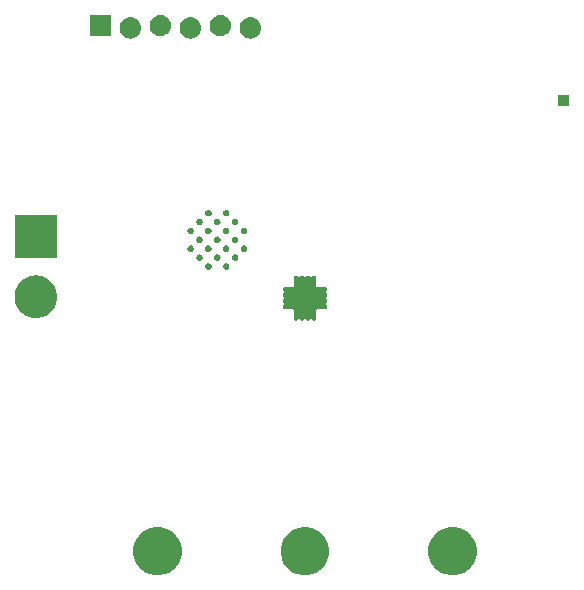
<source format=gbr>
G04 #@! TF.GenerationSoftware,KiCad,Pcbnew,(5.0.2)-1*
G04 #@! TF.CreationDate,2020-02-27T04:06:32+08:00*
G04 #@! TF.ProjectId,jointController,6a6f696e-7443-46f6-9e74-726f6c6c6572,rev?*
G04 #@! TF.SameCoordinates,Original*
G04 #@! TF.FileFunction,Soldermask,Bot*
G04 #@! TF.FilePolarity,Negative*
%FSLAX46Y46*%
G04 Gerber Fmt 4.6, Leading zero omitted, Abs format (unit mm)*
G04 Created by KiCad (PCBNEW (5.0.2)-1) date 2/27/2020 4:06:32 AM*
%MOMM*%
%LPD*%
G01*
G04 APERTURE LIST*
%ADD10C,0.100000*%
G04 APERTURE END LIST*
D10*
G36*
X136747220Y-116722942D02*
X137120523Y-116877569D01*
X137456492Y-117102056D01*
X137742201Y-117387765D01*
X137966688Y-117723734D01*
X138121315Y-118097037D01*
X138200143Y-118493332D01*
X138200143Y-118897396D01*
X138121315Y-119293691D01*
X137966688Y-119666994D01*
X137742201Y-120002963D01*
X137456492Y-120288672D01*
X137120523Y-120513159D01*
X136747220Y-120667786D01*
X136350925Y-120746614D01*
X135946861Y-120746614D01*
X135550566Y-120667786D01*
X135177263Y-120513159D01*
X134841294Y-120288672D01*
X134555585Y-120002963D01*
X134331098Y-119666994D01*
X134176471Y-119293691D01*
X134097643Y-118897396D01*
X134097643Y-118493332D01*
X134176471Y-118097037D01*
X134331098Y-117723734D01*
X134555585Y-117387765D01*
X134841294Y-117102056D01*
X135177263Y-116877569D01*
X135550566Y-116722942D01*
X135946861Y-116644114D01*
X136350925Y-116644114D01*
X136747220Y-116722942D01*
X136747220Y-116722942D01*
G37*
G36*
X149247220Y-116722942D02*
X149620523Y-116877569D01*
X149956492Y-117102056D01*
X150242201Y-117387765D01*
X150466688Y-117723734D01*
X150621315Y-118097037D01*
X150700143Y-118493332D01*
X150700143Y-118897396D01*
X150621315Y-119293691D01*
X150466688Y-119666994D01*
X150242201Y-120002963D01*
X149956492Y-120288672D01*
X149620523Y-120513159D01*
X149247220Y-120667786D01*
X148850925Y-120746614D01*
X148446861Y-120746614D01*
X148050566Y-120667786D01*
X147677263Y-120513159D01*
X147341294Y-120288672D01*
X147055585Y-120002963D01*
X146831098Y-119666994D01*
X146676471Y-119293691D01*
X146597643Y-118897396D01*
X146597643Y-118493332D01*
X146676471Y-118097037D01*
X146831098Y-117723734D01*
X147055585Y-117387765D01*
X147341294Y-117102056D01*
X147677263Y-116877569D01*
X148050566Y-116722942D01*
X148446861Y-116644114D01*
X148850925Y-116644114D01*
X149247220Y-116722942D01*
X149247220Y-116722942D01*
G37*
G36*
X161747220Y-116722942D02*
X162120523Y-116877569D01*
X162456492Y-117102056D01*
X162742201Y-117387765D01*
X162966688Y-117723734D01*
X163121315Y-118097037D01*
X163200143Y-118493332D01*
X163200143Y-118897396D01*
X163121315Y-119293691D01*
X162966688Y-119666994D01*
X162742201Y-120002963D01*
X162456492Y-120288672D01*
X162120523Y-120513159D01*
X161747220Y-120667786D01*
X161350925Y-120746614D01*
X160946861Y-120746614D01*
X160550566Y-120667786D01*
X160177263Y-120513159D01*
X159841294Y-120288672D01*
X159555585Y-120002963D01*
X159331098Y-119666994D01*
X159176471Y-119293691D01*
X159097643Y-118897396D01*
X159097643Y-118493332D01*
X159176471Y-118097037D01*
X159331098Y-117723734D01*
X159555585Y-117387765D01*
X159841294Y-117102056D01*
X160177263Y-116877569D01*
X160550566Y-116722942D01*
X160946861Y-116644114D01*
X161350925Y-116644114D01*
X161747220Y-116722942D01*
X161747220Y-116722942D01*
G37*
G36*
X149438293Y-95376962D02*
X149438296Y-95376963D01*
X149476184Y-95388456D01*
X149511103Y-95407120D01*
X149541709Y-95432238D01*
X149566827Y-95462844D01*
X149581450Y-95490202D01*
X149585490Y-95497761D01*
X149596985Y-95535654D01*
X149599893Y-95565181D01*
X149599893Y-96034927D01*
X149596985Y-96064454D01*
X149596984Y-96064456D01*
X149596984Y-96064457D01*
X149585491Y-96102345D01*
X149566827Y-96137264D01*
X149566825Y-96137266D01*
X149565295Y-96140129D01*
X149555918Y-96162768D01*
X149551137Y-96186801D01*
X149551137Y-96211306D01*
X149555917Y-96235339D01*
X149565295Y-96257978D01*
X149578908Y-96278353D01*
X149596235Y-96295680D01*
X149616255Y-96309057D01*
X149620959Y-96317858D01*
X149636505Y-96336800D01*
X149655447Y-96352346D01*
X149677058Y-96363897D01*
X149700507Y-96371010D01*
X149724893Y-96373412D01*
X149749279Y-96371010D01*
X149772728Y-96363897D01*
X149783818Y-96358652D01*
X149786681Y-96357122D01*
X149786683Y-96357120D01*
X149821602Y-96338456D01*
X149859490Y-96326963D01*
X149859493Y-96326962D01*
X149889020Y-96324054D01*
X150358766Y-96324054D01*
X150388293Y-96326962D01*
X150388296Y-96326963D01*
X150426184Y-96338456D01*
X150461103Y-96357120D01*
X150491709Y-96382238D01*
X150516827Y-96412844D01*
X150534359Y-96445644D01*
X150535490Y-96447761D01*
X150546985Y-96485654D01*
X150550865Y-96525054D01*
X150546985Y-96564454D01*
X150546984Y-96564457D01*
X150535491Y-96602345D01*
X150516827Y-96637264D01*
X150491709Y-96667870D01*
X150491707Y-96667872D01*
X150478845Y-96678427D01*
X150461518Y-96695754D01*
X150447904Y-96716128D01*
X150438526Y-96738767D01*
X150433745Y-96762800D01*
X150433745Y-96787305D01*
X150438525Y-96811338D01*
X150447902Y-96833977D01*
X150461516Y-96854352D01*
X150478843Y-96871679D01*
X150491709Y-96882238D01*
X150516827Y-96912844D01*
X150534359Y-96945644D01*
X150535490Y-96947761D01*
X150546985Y-96985654D01*
X150550865Y-97025054D01*
X150546985Y-97064454D01*
X150546984Y-97064457D01*
X150535491Y-97102345D01*
X150516827Y-97137264D01*
X150491709Y-97167870D01*
X150491707Y-97167872D01*
X150478845Y-97178427D01*
X150461518Y-97195754D01*
X150447904Y-97216128D01*
X150438526Y-97238767D01*
X150433745Y-97262800D01*
X150433745Y-97287305D01*
X150438525Y-97311338D01*
X150447902Y-97333977D01*
X150461516Y-97354352D01*
X150478843Y-97371679D01*
X150491709Y-97382238D01*
X150516827Y-97412844D01*
X150534359Y-97445644D01*
X150535490Y-97447761D01*
X150546985Y-97485654D01*
X150550865Y-97525054D01*
X150546985Y-97564454D01*
X150546984Y-97564457D01*
X150535491Y-97602345D01*
X150516827Y-97637264D01*
X150491709Y-97667870D01*
X150491707Y-97667872D01*
X150478845Y-97678427D01*
X150461518Y-97695754D01*
X150447904Y-97716128D01*
X150438526Y-97738767D01*
X150433745Y-97762800D01*
X150433745Y-97787305D01*
X150438525Y-97811338D01*
X150447902Y-97833977D01*
X150461516Y-97854352D01*
X150478843Y-97871679D01*
X150491709Y-97882238D01*
X150516827Y-97912844D01*
X150534359Y-97945644D01*
X150535490Y-97947761D01*
X150546985Y-97985654D01*
X150550865Y-98025054D01*
X150546985Y-98064454D01*
X150546984Y-98064457D01*
X150535491Y-98102345D01*
X150516827Y-98137264D01*
X150491709Y-98167870D01*
X150461103Y-98192988D01*
X150426184Y-98211652D01*
X150395348Y-98221006D01*
X150388293Y-98223146D01*
X150358766Y-98226054D01*
X149889020Y-98226054D01*
X149859493Y-98223146D01*
X149852438Y-98221006D01*
X149821602Y-98211652D01*
X149786683Y-98192988D01*
X149786681Y-98192986D01*
X149783818Y-98191456D01*
X149761179Y-98182079D01*
X149737146Y-98177298D01*
X149712641Y-98177298D01*
X149688608Y-98182078D01*
X149665969Y-98191456D01*
X149645594Y-98205069D01*
X149628267Y-98222396D01*
X149614890Y-98242416D01*
X149606089Y-98247120D01*
X149587147Y-98262666D01*
X149571601Y-98281608D01*
X149560050Y-98303219D01*
X149552937Y-98326668D01*
X149550535Y-98351054D01*
X149552937Y-98375440D01*
X149560050Y-98398889D01*
X149565295Y-98409979D01*
X149566825Y-98412842D01*
X149566827Y-98412844D01*
X149583616Y-98444255D01*
X149585490Y-98447761D01*
X149596985Y-98485654D01*
X149599893Y-98515181D01*
X149599893Y-98984927D01*
X149596985Y-99014454D01*
X149596984Y-99014456D01*
X149596984Y-99014457D01*
X149585491Y-99052345D01*
X149566827Y-99087264D01*
X149541709Y-99117870D01*
X149511102Y-99142988D01*
X149476183Y-99161652D01*
X149438295Y-99173145D01*
X149438294Y-99173145D01*
X149438291Y-99173146D01*
X149398893Y-99177026D01*
X149359493Y-99173146D01*
X149352438Y-99171006D01*
X149321602Y-99161652D01*
X149286683Y-99142988D01*
X149256077Y-99117870D01*
X149256075Y-99117867D01*
X149245520Y-99105006D01*
X149228193Y-99087679D01*
X149207819Y-99074065D01*
X149185180Y-99064687D01*
X149161147Y-99059906D01*
X149136642Y-99059906D01*
X149112609Y-99064686D01*
X149089970Y-99074063D01*
X149069595Y-99087677D01*
X149052266Y-99105006D01*
X149041712Y-99117867D01*
X149041710Y-99117868D01*
X149041709Y-99117870D01*
X149011102Y-99142988D01*
X148976183Y-99161652D01*
X148938295Y-99173145D01*
X148938294Y-99173145D01*
X148938291Y-99173146D01*
X148898893Y-99177026D01*
X148859493Y-99173146D01*
X148852438Y-99171006D01*
X148821602Y-99161652D01*
X148786683Y-99142988D01*
X148756077Y-99117870D01*
X148756075Y-99117867D01*
X148745520Y-99105006D01*
X148728193Y-99087679D01*
X148707819Y-99074065D01*
X148685180Y-99064687D01*
X148661147Y-99059906D01*
X148636642Y-99059906D01*
X148612609Y-99064686D01*
X148589970Y-99074063D01*
X148569595Y-99087677D01*
X148552266Y-99105006D01*
X148541712Y-99117867D01*
X148541710Y-99117868D01*
X148541709Y-99117870D01*
X148511102Y-99142988D01*
X148476183Y-99161652D01*
X148438295Y-99173145D01*
X148438294Y-99173145D01*
X148438291Y-99173146D01*
X148398893Y-99177026D01*
X148359493Y-99173146D01*
X148352438Y-99171006D01*
X148321602Y-99161652D01*
X148286683Y-99142988D01*
X148256077Y-99117870D01*
X148256075Y-99117867D01*
X148245520Y-99105006D01*
X148228193Y-99087679D01*
X148207819Y-99074065D01*
X148185180Y-99064687D01*
X148161147Y-99059906D01*
X148136642Y-99059906D01*
X148112609Y-99064686D01*
X148089970Y-99074063D01*
X148069595Y-99087677D01*
X148052266Y-99105006D01*
X148041712Y-99117867D01*
X148041710Y-99117868D01*
X148041709Y-99117870D01*
X148011102Y-99142988D01*
X147976183Y-99161652D01*
X147938295Y-99173145D01*
X147938294Y-99173145D01*
X147938291Y-99173146D01*
X147898893Y-99177026D01*
X147859493Y-99173146D01*
X147852438Y-99171006D01*
X147821602Y-99161652D01*
X147786683Y-99142988D01*
X147756077Y-99117870D01*
X147730959Y-99087263D01*
X147712295Y-99052344D01*
X147700802Y-99014456D01*
X147700801Y-99014453D01*
X147697893Y-98984926D01*
X147697893Y-98515185D01*
X147700802Y-98485655D01*
X147712297Y-98447761D01*
X147714171Y-98444255D01*
X147730960Y-98412844D01*
X147730962Y-98412842D01*
X147732492Y-98409979D01*
X147741869Y-98387340D01*
X147746650Y-98363307D01*
X147746650Y-98338802D01*
X147741870Y-98314769D01*
X147732492Y-98292130D01*
X147718879Y-98271755D01*
X147701552Y-98254428D01*
X147681531Y-98241050D01*
X147676827Y-98232250D01*
X147661281Y-98213308D01*
X147642339Y-98197762D01*
X147620728Y-98186211D01*
X147597279Y-98179098D01*
X147572893Y-98176696D01*
X147548507Y-98179098D01*
X147525058Y-98186211D01*
X147513968Y-98191456D01*
X147511105Y-98192986D01*
X147511103Y-98192988D01*
X147476184Y-98211652D01*
X147445348Y-98221006D01*
X147438293Y-98223146D01*
X147408766Y-98226054D01*
X146939020Y-98226054D01*
X146909493Y-98223146D01*
X146902438Y-98221006D01*
X146871602Y-98211652D01*
X146836683Y-98192988D01*
X146806077Y-98167870D01*
X146780959Y-98137264D01*
X146762295Y-98102345D01*
X146750802Y-98064457D01*
X146750801Y-98064454D01*
X146746921Y-98025054D01*
X146750801Y-97985654D01*
X146762296Y-97947761D01*
X146763427Y-97945644D01*
X146780959Y-97912844D01*
X146806077Y-97882238D01*
X146818943Y-97871679D01*
X146836268Y-97854354D01*
X146849882Y-97833980D01*
X146859260Y-97811341D01*
X146864041Y-97787308D01*
X146864041Y-97762803D01*
X146859261Y-97738770D01*
X146849884Y-97716131D01*
X146836270Y-97695756D01*
X146818941Y-97678427D01*
X146806079Y-97667872D01*
X146806077Y-97667870D01*
X146780959Y-97637264D01*
X146762295Y-97602345D01*
X146750802Y-97564457D01*
X146750801Y-97564454D01*
X146746921Y-97525054D01*
X146750801Y-97485654D01*
X146762296Y-97447761D01*
X146763427Y-97445644D01*
X146780959Y-97412844D01*
X146806077Y-97382238D01*
X146818943Y-97371679D01*
X146836268Y-97354354D01*
X146849882Y-97333980D01*
X146859260Y-97311341D01*
X146864041Y-97287308D01*
X146864041Y-97262803D01*
X146859261Y-97238770D01*
X146849884Y-97216131D01*
X146836270Y-97195756D01*
X146818941Y-97178427D01*
X146806079Y-97167872D01*
X146806077Y-97167870D01*
X146780959Y-97137264D01*
X146762295Y-97102345D01*
X146750802Y-97064457D01*
X146750801Y-97064454D01*
X146746921Y-97025054D01*
X146750801Y-96985654D01*
X146762296Y-96947761D01*
X146763427Y-96945644D01*
X146780959Y-96912844D01*
X146806077Y-96882238D01*
X146818943Y-96871679D01*
X146836268Y-96854354D01*
X146849882Y-96833980D01*
X146859260Y-96811341D01*
X146864041Y-96787308D01*
X146864041Y-96762803D01*
X146859261Y-96738770D01*
X146849884Y-96716131D01*
X146836270Y-96695756D01*
X146818941Y-96678427D01*
X146806079Y-96667872D01*
X146806077Y-96667870D01*
X146780959Y-96637264D01*
X146762295Y-96602345D01*
X146750802Y-96564457D01*
X146750801Y-96564454D01*
X146746921Y-96525054D01*
X146750801Y-96485654D01*
X146762296Y-96447761D01*
X146763427Y-96445644D01*
X146780959Y-96412844D01*
X146806077Y-96382238D01*
X146836683Y-96357120D01*
X146871602Y-96338456D01*
X146909490Y-96326963D01*
X146909493Y-96326962D01*
X146939020Y-96324054D01*
X147408766Y-96324054D01*
X147438293Y-96326962D01*
X147438296Y-96326963D01*
X147476184Y-96338456D01*
X147511103Y-96357120D01*
X147511105Y-96357122D01*
X147513968Y-96358652D01*
X147536607Y-96368029D01*
X147560640Y-96372810D01*
X147585145Y-96372810D01*
X147609178Y-96368030D01*
X147631817Y-96358652D01*
X147652192Y-96345039D01*
X147669519Y-96327712D01*
X147682895Y-96307693D01*
X147691698Y-96302988D01*
X147710640Y-96287442D01*
X147726186Y-96268500D01*
X147737737Y-96246889D01*
X147744850Y-96223440D01*
X147747252Y-96199054D01*
X147744850Y-96174668D01*
X147737737Y-96151219D01*
X147732491Y-96140128D01*
X147730960Y-96137264D01*
X147730959Y-96137263D01*
X147724977Y-96126070D01*
X147712296Y-96102348D01*
X147700801Y-96064453D01*
X147697893Y-96034926D01*
X147697893Y-95565185D01*
X147700802Y-95535655D01*
X147712297Y-95497761D01*
X147716337Y-95490202D01*
X147730960Y-95462844D01*
X147756078Y-95432238D01*
X147786684Y-95407120D01*
X147821603Y-95388456D01*
X147859491Y-95376963D01*
X147859492Y-95376963D01*
X147859495Y-95376962D01*
X147898893Y-95373082D01*
X147938293Y-95376962D01*
X147938296Y-95376963D01*
X147976184Y-95388456D01*
X148011103Y-95407120D01*
X148041709Y-95432238D01*
X148041711Y-95432240D01*
X148052269Y-95445105D01*
X148069596Y-95462432D01*
X148089971Y-95476045D01*
X148112610Y-95485422D01*
X148136644Y-95490202D01*
X148161148Y-95490202D01*
X148185181Y-95485421D01*
X148207820Y-95476043D01*
X148228195Y-95462429D01*
X148245521Y-95445102D01*
X148256076Y-95432240D01*
X148256078Y-95432238D01*
X148286684Y-95407120D01*
X148321603Y-95388456D01*
X148359491Y-95376963D01*
X148359492Y-95376963D01*
X148359495Y-95376962D01*
X148398893Y-95373082D01*
X148438293Y-95376962D01*
X148438296Y-95376963D01*
X148476184Y-95388456D01*
X148511103Y-95407120D01*
X148541709Y-95432238D01*
X148541711Y-95432240D01*
X148552269Y-95445105D01*
X148569596Y-95462432D01*
X148589971Y-95476045D01*
X148612610Y-95485422D01*
X148636644Y-95490202D01*
X148661148Y-95490202D01*
X148685181Y-95485421D01*
X148707820Y-95476043D01*
X148728195Y-95462429D01*
X148745521Y-95445102D01*
X148756076Y-95432240D01*
X148756078Y-95432238D01*
X148786684Y-95407120D01*
X148821603Y-95388456D01*
X148859491Y-95376963D01*
X148859492Y-95376963D01*
X148859495Y-95376962D01*
X148898893Y-95373082D01*
X148938293Y-95376962D01*
X148938296Y-95376963D01*
X148976184Y-95388456D01*
X149011103Y-95407120D01*
X149041709Y-95432238D01*
X149041711Y-95432240D01*
X149052269Y-95445105D01*
X149069596Y-95462432D01*
X149089971Y-95476045D01*
X149112610Y-95485422D01*
X149136644Y-95490202D01*
X149161148Y-95490202D01*
X149185181Y-95485421D01*
X149207820Y-95476043D01*
X149228195Y-95462429D01*
X149245521Y-95445102D01*
X149256076Y-95432240D01*
X149256078Y-95432238D01*
X149286684Y-95407120D01*
X149321603Y-95388456D01*
X149359491Y-95376963D01*
X149359492Y-95376963D01*
X149359495Y-95376962D01*
X149398893Y-95373082D01*
X149438293Y-95376962D01*
X149438293Y-95376962D01*
G37*
G36*
X126083905Y-95363789D02*
X126382350Y-95423153D01*
X126710122Y-95558921D01*
X127005109Y-95756025D01*
X127255975Y-96006891D01*
X127453079Y-96301878D01*
X127588847Y-96629650D01*
X127658060Y-96977611D01*
X127658060Y-97332389D01*
X127588847Y-97680350D01*
X127453079Y-98008122D01*
X127255975Y-98303109D01*
X127005109Y-98553975D01*
X126710122Y-98751079D01*
X126382350Y-98886847D01*
X126083905Y-98946211D01*
X126034390Y-98956060D01*
X125679610Y-98956060D01*
X125630095Y-98946211D01*
X125331650Y-98886847D01*
X125003878Y-98751079D01*
X124708891Y-98553975D01*
X124458025Y-98303109D01*
X124260921Y-98008122D01*
X124125153Y-97680350D01*
X124055940Y-97332389D01*
X124055940Y-96977611D01*
X124125153Y-96629650D01*
X124260921Y-96301878D01*
X124458025Y-96006891D01*
X124708891Y-95756025D01*
X125003878Y-95558921D01*
X125331650Y-95423153D01*
X125630095Y-95363789D01*
X125679610Y-95353940D01*
X126034390Y-95353940D01*
X126083905Y-95363789D01*
X126083905Y-95363789D01*
G37*
G36*
X140551434Y-94322812D02*
X140551436Y-94322813D01*
X140551437Y-94322813D01*
X140601666Y-94343618D01*
X140601667Y-94343619D01*
X140646873Y-94373825D01*
X140685312Y-94412264D01*
X140685314Y-94412267D01*
X140715519Y-94457471D01*
X140736324Y-94507700D01*
X140746931Y-94561022D01*
X140746931Y-94615390D01*
X140736324Y-94668712D01*
X140715519Y-94718941D01*
X140715518Y-94718942D01*
X140685312Y-94764148D01*
X140646873Y-94802587D01*
X140646870Y-94802589D01*
X140601666Y-94832794D01*
X140551437Y-94853599D01*
X140551436Y-94853599D01*
X140551434Y-94853600D01*
X140498116Y-94864206D01*
X140443746Y-94864206D01*
X140390428Y-94853600D01*
X140390426Y-94853599D01*
X140390425Y-94853599D01*
X140340196Y-94832794D01*
X140294992Y-94802589D01*
X140294989Y-94802587D01*
X140256550Y-94764148D01*
X140226344Y-94718942D01*
X140226343Y-94718941D01*
X140205538Y-94668712D01*
X140194931Y-94615390D01*
X140194931Y-94561022D01*
X140205538Y-94507700D01*
X140226343Y-94457471D01*
X140256548Y-94412267D01*
X140256550Y-94412264D01*
X140294989Y-94373825D01*
X140340195Y-94343619D01*
X140340196Y-94343618D01*
X140390425Y-94322813D01*
X140390426Y-94322813D01*
X140390428Y-94322812D01*
X140443746Y-94312206D01*
X140498116Y-94312206D01*
X140551434Y-94322812D01*
X140551434Y-94322812D01*
G37*
G36*
X142057572Y-94322812D02*
X142057574Y-94322813D01*
X142057575Y-94322813D01*
X142107804Y-94343618D01*
X142107805Y-94343619D01*
X142153011Y-94373825D01*
X142191450Y-94412264D01*
X142191452Y-94412267D01*
X142221657Y-94457471D01*
X142242462Y-94507700D01*
X142253069Y-94561022D01*
X142253069Y-94615390D01*
X142242462Y-94668712D01*
X142221657Y-94718941D01*
X142221656Y-94718942D01*
X142191450Y-94764148D01*
X142153011Y-94802587D01*
X142153008Y-94802589D01*
X142107804Y-94832794D01*
X142057575Y-94853599D01*
X142057574Y-94853599D01*
X142057572Y-94853600D01*
X142004254Y-94864206D01*
X141949884Y-94864206D01*
X141896566Y-94853600D01*
X141896564Y-94853599D01*
X141896563Y-94853599D01*
X141846334Y-94832794D01*
X141801130Y-94802589D01*
X141801127Y-94802587D01*
X141762688Y-94764148D01*
X141732482Y-94718942D01*
X141732481Y-94718941D01*
X141711676Y-94668712D01*
X141701069Y-94615390D01*
X141701069Y-94561022D01*
X141711676Y-94507700D01*
X141732481Y-94457471D01*
X141762686Y-94412267D01*
X141762688Y-94412264D01*
X141801127Y-94373825D01*
X141846333Y-94343619D01*
X141846334Y-94343618D01*
X141896563Y-94322813D01*
X141896564Y-94322813D01*
X141896566Y-94322812D01*
X141949884Y-94312206D01*
X142004254Y-94312206D01*
X142057572Y-94322812D01*
X142057572Y-94322812D01*
G37*
G36*
X141304503Y-93569743D02*
X141304505Y-93569744D01*
X141304506Y-93569744D01*
X141354735Y-93590549D01*
X141354736Y-93590550D01*
X141399942Y-93620756D01*
X141438381Y-93659195D01*
X141438383Y-93659198D01*
X141468588Y-93704402D01*
X141489393Y-93754631D01*
X141500000Y-93807953D01*
X141500000Y-93862321D01*
X141489393Y-93915643D01*
X141468588Y-93965872D01*
X141468587Y-93965873D01*
X141438381Y-94011079D01*
X141399942Y-94049518D01*
X141399939Y-94049520D01*
X141354735Y-94079725D01*
X141304506Y-94100530D01*
X141304505Y-94100530D01*
X141304503Y-94100531D01*
X141251185Y-94111137D01*
X141196815Y-94111137D01*
X141143497Y-94100531D01*
X141143495Y-94100530D01*
X141143494Y-94100530D01*
X141093265Y-94079725D01*
X141048061Y-94049520D01*
X141048058Y-94049518D01*
X141009619Y-94011079D01*
X140979413Y-93965873D01*
X140979412Y-93965872D01*
X140958607Y-93915643D01*
X140948000Y-93862321D01*
X140948000Y-93807953D01*
X140958607Y-93754631D01*
X140979412Y-93704402D01*
X141009617Y-93659198D01*
X141009619Y-93659195D01*
X141048058Y-93620756D01*
X141093264Y-93590550D01*
X141093265Y-93590549D01*
X141143494Y-93569744D01*
X141143495Y-93569744D01*
X141143497Y-93569743D01*
X141196815Y-93559137D01*
X141251185Y-93559137D01*
X141304503Y-93569743D01*
X141304503Y-93569743D01*
G37*
G36*
X139798366Y-93569743D02*
X139798368Y-93569744D01*
X139798369Y-93569744D01*
X139848598Y-93590549D01*
X139848599Y-93590550D01*
X139893805Y-93620756D01*
X139932244Y-93659195D01*
X139932246Y-93659198D01*
X139962451Y-93704402D01*
X139983256Y-93754631D01*
X139993863Y-93807953D01*
X139993863Y-93862321D01*
X139983256Y-93915643D01*
X139962451Y-93965872D01*
X139962450Y-93965873D01*
X139932244Y-94011079D01*
X139893805Y-94049518D01*
X139893802Y-94049520D01*
X139848598Y-94079725D01*
X139798369Y-94100530D01*
X139798368Y-94100530D01*
X139798366Y-94100531D01*
X139745048Y-94111137D01*
X139690678Y-94111137D01*
X139637360Y-94100531D01*
X139637358Y-94100530D01*
X139637357Y-94100530D01*
X139587128Y-94079725D01*
X139541924Y-94049520D01*
X139541921Y-94049518D01*
X139503482Y-94011079D01*
X139473276Y-93965873D01*
X139473275Y-93965872D01*
X139452470Y-93915643D01*
X139441863Y-93862321D01*
X139441863Y-93807953D01*
X139452470Y-93754631D01*
X139473275Y-93704402D01*
X139503480Y-93659198D01*
X139503482Y-93659195D01*
X139541921Y-93620756D01*
X139587127Y-93590550D01*
X139587128Y-93590549D01*
X139637357Y-93569744D01*
X139637358Y-93569744D01*
X139637360Y-93569743D01*
X139690678Y-93559137D01*
X139745048Y-93559137D01*
X139798366Y-93569743D01*
X139798366Y-93569743D01*
G37*
G36*
X142810640Y-93569743D02*
X142810642Y-93569744D01*
X142810643Y-93569744D01*
X142860872Y-93590549D01*
X142860873Y-93590550D01*
X142906079Y-93620756D01*
X142944518Y-93659195D01*
X142944520Y-93659198D01*
X142974725Y-93704402D01*
X142995530Y-93754631D01*
X143006137Y-93807953D01*
X143006137Y-93862321D01*
X142995530Y-93915643D01*
X142974725Y-93965872D01*
X142974724Y-93965873D01*
X142944518Y-94011079D01*
X142906079Y-94049518D01*
X142906076Y-94049520D01*
X142860872Y-94079725D01*
X142810643Y-94100530D01*
X142810642Y-94100530D01*
X142810640Y-94100531D01*
X142757322Y-94111137D01*
X142702952Y-94111137D01*
X142649634Y-94100531D01*
X142649632Y-94100530D01*
X142649631Y-94100530D01*
X142599402Y-94079725D01*
X142554198Y-94049520D01*
X142554195Y-94049518D01*
X142515756Y-94011079D01*
X142485550Y-93965873D01*
X142485549Y-93965872D01*
X142464744Y-93915643D01*
X142454137Y-93862321D01*
X142454137Y-93807953D01*
X142464744Y-93754631D01*
X142485549Y-93704402D01*
X142515754Y-93659198D01*
X142515756Y-93659195D01*
X142554195Y-93620756D01*
X142599401Y-93590550D01*
X142599402Y-93590549D01*
X142649631Y-93569744D01*
X142649632Y-93569744D01*
X142649634Y-93569743D01*
X142702952Y-93559137D01*
X142757322Y-93559137D01*
X142810640Y-93569743D01*
X142810640Y-93569743D01*
G37*
G36*
X127658060Y-93876060D02*
X124055940Y-93876060D01*
X124055940Y-90273940D01*
X127658060Y-90273940D01*
X127658060Y-93876060D01*
X127658060Y-93876060D01*
G37*
G36*
X143563709Y-92816675D02*
X143563711Y-92816676D01*
X143563712Y-92816676D01*
X143613941Y-92837481D01*
X143613942Y-92837482D01*
X143659148Y-92867688D01*
X143697587Y-92906127D01*
X143697589Y-92906130D01*
X143727794Y-92951334D01*
X143748599Y-93001563D01*
X143759206Y-93054885D01*
X143759206Y-93109253D01*
X143748599Y-93162575D01*
X143727794Y-93212804D01*
X143727793Y-93212805D01*
X143697587Y-93258011D01*
X143659148Y-93296450D01*
X143659145Y-93296452D01*
X143613941Y-93326657D01*
X143563712Y-93347462D01*
X143563711Y-93347462D01*
X143563709Y-93347463D01*
X143510391Y-93358069D01*
X143456021Y-93358069D01*
X143402703Y-93347463D01*
X143402701Y-93347462D01*
X143402700Y-93347462D01*
X143352471Y-93326657D01*
X143307267Y-93296452D01*
X143307264Y-93296450D01*
X143268825Y-93258011D01*
X143238619Y-93212805D01*
X143238618Y-93212804D01*
X143217813Y-93162575D01*
X143207206Y-93109253D01*
X143207206Y-93054885D01*
X143217813Y-93001563D01*
X143238618Y-92951334D01*
X143268823Y-92906130D01*
X143268825Y-92906127D01*
X143307264Y-92867688D01*
X143352470Y-92837482D01*
X143352471Y-92837481D01*
X143402700Y-92816676D01*
X143402701Y-92816676D01*
X143402703Y-92816675D01*
X143456021Y-92806069D01*
X143510391Y-92806069D01*
X143563709Y-92816675D01*
X143563709Y-92816675D01*
G37*
G36*
X142057572Y-92816675D02*
X142057574Y-92816676D01*
X142057575Y-92816676D01*
X142107804Y-92837481D01*
X142107805Y-92837482D01*
X142153011Y-92867688D01*
X142191450Y-92906127D01*
X142191452Y-92906130D01*
X142221657Y-92951334D01*
X142242462Y-93001563D01*
X142253069Y-93054885D01*
X142253069Y-93109253D01*
X142242462Y-93162575D01*
X142221657Y-93212804D01*
X142221656Y-93212805D01*
X142191450Y-93258011D01*
X142153011Y-93296450D01*
X142153008Y-93296452D01*
X142107804Y-93326657D01*
X142057575Y-93347462D01*
X142057574Y-93347462D01*
X142057572Y-93347463D01*
X142004254Y-93358069D01*
X141949884Y-93358069D01*
X141896566Y-93347463D01*
X141896564Y-93347462D01*
X141896563Y-93347462D01*
X141846334Y-93326657D01*
X141801130Y-93296452D01*
X141801127Y-93296450D01*
X141762688Y-93258011D01*
X141732482Y-93212805D01*
X141732481Y-93212804D01*
X141711676Y-93162575D01*
X141701069Y-93109253D01*
X141701069Y-93054885D01*
X141711676Y-93001563D01*
X141732481Y-92951334D01*
X141762686Y-92906130D01*
X141762688Y-92906127D01*
X141801127Y-92867688D01*
X141846333Y-92837482D01*
X141846334Y-92837481D01*
X141896563Y-92816676D01*
X141896564Y-92816676D01*
X141896566Y-92816675D01*
X141949884Y-92806069D01*
X142004254Y-92806069D01*
X142057572Y-92816675D01*
X142057572Y-92816675D01*
G37*
G36*
X139045297Y-92816675D02*
X139045299Y-92816676D01*
X139045300Y-92816676D01*
X139095529Y-92837481D01*
X139095530Y-92837482D01*
X139140736Y-92867688D01*
X139179175Y-92906127D01*
X139179177Y-92906130D01*
X139209382Y-92951334D01*
X139230187Y-93001563D01*
X139240794Y-93054885D01*
X139240794Y-93109253D01*
X139230187Y-93162575D01*
X139209382Y-93212804D01*
X139209381Y-93212805D01*
X139179175Y-93258011D01*
X139140736Y-93296450D01*
X139140733Y-93296452D01*
X139095529Y-93326657D01*
X139045300Y-93347462D01*
X139045299Y-93347462D01*
X139045297Y-93347463D01*
X138991979Y-93358069D01*
X138937609Y-93358069D01*
X138884291Y-93347463D01*
X138884289Y-93347462D01*
X138884288Y-93347462D01*
X138834059Y-93326657D01*
X138788855Y-93296452D01*
X138788852Y-93296450D01*
X138750413Y-93258011D01*
X138720207Y-93212805D01*
X138720206Y-93212804D01*
X138699401Y-93162575D01*
X138688794Y-93109253D01*
X138688794Y-93054885D01*
X138699401Y-93001563D01*
X138720206Y-92951334D01*
X138750411Y-92906130D01*
X138750413Y-92906127D01*
X138788852Y-92867688D01*
X138834058Y-92837482D01*
X138834059Y-92837481D01*
X138884288Y-92816676D01*
X138884289Y-92816676D01*
X138884291Y-92816675D01*
X138937609Y-92806069D01*
X138991979Y-92806069D01*
X139045297Y-92816675D01*
X139045297Y-92816675D01*
G37*
G36*
X140551434Y-92816675D02*
X140551436Y-92816676D01*
X140551437Y-92816676D01*
X140601666Y-92837481D01*
X140601667Y-92837482D01*
X140646873Y-92867688D01*
X140685312Y-92906127D01*
X140685314Y-92906130D01*
X140715519Y-92951334D01*
X140736324Y-93001563D01*
X140746931Y-93054885D01*
X140746931Y-93109253D01*
X140736324Y-93162575D01*
X140715519Y-93212804D01*
X140715518Y-93212805D01*
X140685312Y-93258011D01*
X140646873Y-93296450D01*
X140646870Y-93296452D01*
X140601666Y-93326657D01*
X140551437Y-93347462D01*
X140551436Y-93347462D01*
X140551434Y-93347463D01*
X140498116Y-93358069D01*
X140443746Y-93358069D01*
X140390428Y-93347463D01*
X140390426Y-93347462D01*
X140390425Y-93347462D01*
X140340196Y-93326657D01*
X140294992Y-93296452D01*
X140294989Y-93296450D01*
X140256550Y-93258011D01*
X140226344Y-93212805D01*
X140226343Y-93212804D01*
X140205538Y-93162575D01*
X140194931Y-93109253D01*
X140194931Y-93054885D01*
X140205538Y-93001563D01*
X140226343Y-92951334D01*
X140256548Y-92906130D01*
X140256550Y-92906127D01*
X140294989Y-92867688D01*
X140340195Y-92837482D01*
X140340196Y-92837481D01*
X140390425Y-92816676D01*
X140390426Y-92816676D01*
X140390428Y-92816675D01*
X140443746Y-92806069D01*
X140498116Y-92806069D01*
X140551434Y-92816675D01*
X140551434Y-92816675D01*
G37*
G36*
X141304503Y-92063606D02*
X141304505Y-92063607D01*
X141304506Y-92063607D01*
X141354735Y-92084412D01*
X141354736Y-92084413D01*
X141399942Y-92114619D01*
X141438381Y-92153058D01*
X141438383Y-92153061D01*
X141468588Y-92198265D01*
X141489393Y-92248494D01*
X141500000Y-92301816D01*
X141500000Y-92356184D01*
X141489393Y-92409506D01*
X141468588Y-92459735D01*
X141468587Y-92459736D01*
X141438381Y-92504942D01*
X141399942Y-92543381D01*
X141399939Y-92543383D01*
X141354735Y-92573588D01*
X141304506Y-92594393D01*
X141304505Y-92594393D01*
X141304503Y-92594394D01*
X141251185Y-92605000D01*
X141196815Y-92605000D01*
X141143497Y-92594394D01*
X141143495Y-92594393D01*
X141143494Y-92594393D01*
X141093265Y-92573588D01*
X141048061Y-92543383D01*
X141048058Y-92543381D01*
X141009619Y-92504942D01*
X140979413Y-92459736D01*
X140979412Y-92459735D01*
X140958607Y-92409506D01*
X140948000Y-92356184D01*
X140948000Y-92301816D01*
X140958607Y-92248494D01*
X140979412Y-92198265D01*
X141009617Y-92153061D01*
X141009619Y-92153058D01*
X141048058Y-92114619D01*
X141093264Y-92084413D01*
X141093265Y-92084412D01*
X141143494Y-92063607D01*
X141143495Y-92063607D01*
X141143497Y-92063606D01*
X141196815Y-92053000D01*
X141251185Y-92053000D01*
X141304503Y-92063606D01*
X141304503Y-92063606D01*
G37*
G36*
X139798366Y-92063606D02*
X139798368Y-92063607D01*
X139798369Y-92063607D01*
X139848598Y-92084412D01*
X139848599Y-92084413D01*
X139893805Y-92114619D01*
X139932244Y-92153058D01*
X139932246Y-92153061D01*
X139962451Y-92198265D01*
X139983256Y-92248494D01*
X139993863Y-92301816D01*
X139993863Y-92356184D01*
X139983256Y-92409506D01*
X139962451Y-92459735D01*
X139962450Y-92459736D01*
X139932244Y-92504942D01*
X139893805Y-92543381D01*
X139893802Y-92543383D01*
X139848598Y-92573588D01*
X139798369Y-92594393D01*
X139798368Y-92594393D01*
X139798366Y-92594394D01*
X139745048Y-92605000D01*
X139690678Y-92605000D01*
X139637360Y-92594394D01*
X139637358Y-92594393D01*
X139637357Y-92594393D01*
X139587128Y-92573588D01*
X139541924Y-92543383D01*
X139541921Y-92543381D01*
X139503482Y-92504942D01*
X139473276Y-92459736D01*
X139473275Y-92459735D01*
X139452470Y-92409506D01*
X139441863Y-92356184D01*
X139441863Y-92301816D01*
X139452470Y-92248494D01*
X139473275Y-92198265D01*
X139503480Y-92153061D01*
X139503482Y-92153058D01*
X139541921Y-92114619D01*
X139587127Y-92084413D01*
X139587128Y-92084412D01*
X139637357Y-92063607D01*
X139637358Y-92063607D01*
X139637360Y-92063606D01*
X139690678Y-92053000D01*
X139745048Y-92053000D01*
X139798366Y-92063606D01*
X139798366Y-92063606D01*
G37*
G36*
X142810640Y-92063606D02*
X142810642Y-92063607D01*
X142810643Y-92063607D01*
X142860872Y-92084412D01*
X142860873Y-92084413D01*
X142906079Y-92114619D01*
X142944518Y-92153058D01*
X142944520Y-92153061D01*
X142974725Y-92198265D01*
X142995530Y-92248494D01*
X143006137Y-92301816D01*
X143006137Y-92356184D01*
X142995530Y-92409506D01*
X142974725Y-92459735D01*
X142974724Y-92459736D01*
X142944518Y-92504942D01*
X142906079Y-92543381D01*
X142906076Y-92543383D01*
X142860872Y-92573588D01*
X142810643Y-92594393D01*
X142810642Y-92594393D01*
X142810640Y-92594394D01*
X142757322Y-92605000D01*
X142702952Y-92605000D01*
X142649634Y-92594394D01*
X142649632Y-92594393D01*
X142649631Y-92594393D01*
X142599402Y-92573588D01*
X142554198Y-92543383D01*
X142554195Y-92543381D01*
X142515756Y-92504942D01*
X142485550Y-92459736D01*
X142485549Y-92459735D01*
X142464744Y-92409506D01*
X142454137Y-92356184D01*
X142454137Y-92301816D01*
X142464744Y-92248494D01*
X142485549Y-92198265D01*
X142515754Y-92153061D01*
X142515756Y-92153058D01*
X142554195Y-92114619D01*
X142599401Y-92084413D01*
X142599402Y-92084412D01*
X142649631Y-92063607D01*
X142649632Y-92063607D01*
X142649634Y-92063606D01*
X142702952Y-92053000D01*
X142757322Y-92053000D01*
X142810640Y-92063606D01*
X142810640Y-92063606D01*
G37*
G36*
X143563709Y-91310537D02*
X143563711Y-91310538D01*
X143563712Y-91310538D01*
X143613941Y-91331343D01*
X143613942Y-91331344D01*
X143659148Y-91361550D01*
X143697587Y-91399989D01*
X143697589Y-91399992D01*
X143727794Y-91445196D01*
X143748599Y-91495425D01*
X143759206Y-91548747D01*
X143759206Y-91603115D01*
X143748599Y-91656437D01*
X143727794Y-91706666D01*
X143727793Y-91706667D01*
X143697587Y-91751873D01*
X143659148Y-91790312D01*
X143659145Y-91790314D01*
X143613941Y-91820519D01*
X143563712Y-91841324D01*
X143563711Y-91841324D01*
X143563709Y-91841325D01*
X143510391Y-91851931D01*
X143456021Y-91851931D01*
X143402703Y-91841325D01*
X143402701Y-91841324D01*
X143402700Y-91841324D01*
X143352471Y-91820519D01*
X143307267Y-91790314D01*
X143307264Y-91790312D01*
X143268825Y-91751873D01*
X143238619Y-91706667D01*
X143238618Y-91706666D01*
X143217813Y-91656437D01*
X143207206Y-91603115D01*
X143207206Y-91548747D01*
X143217813Y-91495425D01*
X143238618Y-91445196D01*
X143268823Y-91399992D01*
X143268825Y-91399989D01*
X143307264Y-91361550D01*
X143352470Y-91331344D01*
X143352471Y-91331343D01*
X143402700Y-91310538D01*
X143402701Y-91310538D01*
X143402703Y-91310537D01*
X143456021Y-91299931D01*
X143510391Y-91299931D01*
X143563709Y-91310537D01*
X143563709Y-91310537D01*
G37*
G36*
X142057572Y-91310537D02*
X142057574Y-91310538D01*
X142057575Y-91310538D01*
X142107804Y-91331343D01*
X142107805Y-91331344D01*
X142153011Y-91361550D01*
X142191450Y-91399989D01*
X142191452Y-91399992D01*
X142221657Y-91445196D01*
X142242462Y-91495425D01*
X142253069Y-91548747D01*
X142253069Y-91603115D01*
X142242462Y-91656437D01*
X142221657Y-91706666D01*
X142221656Y-91706667D01*
X142191450Y-91751873D01*
X142153011Y-91790312D01*
X142153008Y-91790314D01*
X142107804Y-91820519D01*
X142057575Y-91841324D01*
X142057574Y-91841324D01*
X142057572Y-91841325D01*
X142004254Y-91851931D01*
X141949884Y-91851931D01*
X141896566Y-91841325D01*
X141896564Y-91841324D01*
X141896563Y-91841324D01*
X141846334Y-91820519D01*
X141801130Y-91790314D01*
X141801127Y-91790312D01*
X141762688Y-91751873D01*
X141732482Y-91706667D01*
X141732481Y-91706666D01*
X141711676Y-91656437D01*
X141701069Y-91603115D01*
X141701069Y-91548747D01*
X141711676Y-91495425D01*
X141732481Y-91445196D01*
X141762686Y-91399992D01*
X141762688Y-91399989D01*
X141801127Y-91361550D01*
X141846333Y-91331344D01*
X141846334Y-91331343D01*
X141896563Y-91310538D01*
X141896564Y-91310538D01*
X141896566Y-91310537D01*
X141949884Y-91299931D01*
X142004254Y-91299931D01*
X142057572Y-91310537D01*
X142057572Y-91310537D01*
G37*
G36*
X140551434Y-91310537D02*
X140551436Y-91310538D01*
X140551437Y-91310538D01*
X140601666Y-91331343D01*
X140601667Y-91331344D01*
X140646873Y-91361550D01*
X140685312Y-91399989D01*
X140685314Y-91399992D01*
X140715519Y-91445196D01*
X140736324Y-91495425D01*
X140746931Y-91548747D01*
X140746931Y-91603115D01*
X140736324Y-91656437D01*
X140715519Y-91706666D01*
X140715518Y-91706667D01*
X140685312Y-91751873D01*
X140646873Y-91790312D01*
X140646870Y-91790314D01*
X140601666Y-91820519D01*
X140551437Y-91841324D01*
X140551436Y-91841324D01*
X140551434Y-91841325D01*
X140498116Y-91851931D01*
X140443746Y-91851931D01*
X140390428Y-91841325D01*
X140390426Y-91841324D01*
X140390425Y-91841324D01*
X140340196Y-91820519D01*
X140294992Y-91790314D01*
X140294989Y-91790312D01*
X140256550Y-91751873D01*
X140226344Y-91706667D01*
X140226343Y-91706666D01*
X140205538Y-91656437D01*
X140194931Y-91603115D01*
X140194931Y-91548747D01*
X140205538Y-91495425D01*
X140226343Y-91445196D01*
X140256548Y-91399992D01*
X140256550Y-91399989D01*
X140294989Y-91361550D01*
X140340195Y-91331344D01*
X140340196Y-91331343D01*
X140390425Y-91310538D01*
X140390426Y-91310538D01*
X140390428Y-91310537D01*
X140443746Y-91299931D01*
X140498116Y-91299931D01*
X140551434Y-91310537D01*
X140551434Y-91310537D01*
G37*
G36*
X139045297Y-91310537D02*
X139045299Y-91310538D01*
X139045300Y-91310538D01*
X139095529Y-91331343D01*
X139095530Y-91331344D01*
X139140736Y-91361550D01*
X139179175Y-91399989D01*
X139179177Y-91399992D01*
X139209382Y-91445196D01*
X139230187Y-91495425D01*
X139240794Y-91548747D01*
X139240794Y-91603115D01*
X139230187Y-91656437D01*
X139209382Y-91706666D01*
X139209381Y-91706667D01*
X139179175Y-91751873D01*
X139140736Y-91790312D01*
X139140733Y-91790314D01*
X139095529Y-91820519D01*
X139045300Y-91841324D01*
X139045299Y-91841324D01*
X139045297Y-91841325D01*
X138991979Y-91851931D01*
X138937609Y-91851931D01*
X138884291Y-91841325D01*
X138884289Y-91841324D01*
X138884288Y-91841324D01*
X138834059Y-91820519D01*
X138788855Y-91790314D01*
X138788852Y-91790312D01*
X138750413Y-91751873D01*
X138720207Y-91706667D01*
X138720206Y-91706666D01*
X138699401Y-91656437D01*
X138688794Y-91603115D01*
X138688794Y-91548747D01*
X138699401Y-91495425D01*
X138720206Y-91445196D01*
X138750411Y-91399992D01*
X138750413Y-91399989D01*
X138788852Y-91361550D01*
X138834058Y-91331344D01*
X138834059Y-91331343D01*
X138884288Y-91310538D01*
X138884289Y-91310538D01*
X138884291Y-91310537D01*
X138937609Y-91299931D01*
X138991979Y-91299931D01*
X139045297Y-91310537D01*
X139045297Y-91310537D01*
G37*
G36*
X139798366Y-90557469D02*
X139798368Y-90557470D01*
X139798369Y-90557470D01*
X139848598Y-90578275D01*
X139848599Y-90578276D01*
X139893805Y-90608482D01*
X139932244Y-90646921D01*
X139932246Y-90646924D01*
X139962451Y-90692128D01*
X139983256Y-90742357D01*
X139993863Y-90795679D01*
X139993863Y-90850047D01*
X139983256Y-90903369D01*
X139962451Y-90953598D01*
X139962450Y-90953599D01*
X139932244Y-90998805D01*
X139893805Y-91037244D01*
X139893802Y-91037246D01*
X139848598Y-91067451D01*
X139798369Y-91088256D01*
X139798368Y-91088256D01*
X139798366Y-91088257D01*
X139745048Y-91098863D01*
X139690678Y-91098863D01*
X139637360Y-91088257D01*
X139637358Y-91088256D01*
X139637357Y-91088256D01*
X139587128Y-91067451D01*
X139541924Y-91037246D01*
X139541921Y-91037244D01*
X139503482Y-90998805D01*
X139473276Y-90953599D01*
X139473275Y-90953598D01*
X139452470Y-90903369D01*
X139441863Y-90850047D01*
X139441863Y-90795679D01*
X139452470Y-90742357D01*
X139473275Y-90692128D01*
X139503480Y-90646924D01*
X139503482Y-90646921D01*
X139541921Y-90608482D01*
X139587127Y-90578276D01*
X139587128Y-90578275D01*
X139637357Y-90557470D01*
X139637358Y-90557470D01*
X139637360Y-90557469D01*
X139690678Y-90546863D01*
X139745048Y-90546863D01*
X139798366Y-90557469D01*
X139798366Y-90557469D01*
G37*
G36*
X142810640Y-90557469D02*
X142810642Y-90557470D01*
X142810643Y-90557470D01*
X142860872Y-90578275D01*
X142860873Y-90578276D01*
X142906079Y-90608482D01*
X142944518Y-90646921D01*
X142944520Y-90646924D01*
X142974725Y-90692128D01*
X142995530Y-90742357D01*
X143006137Y-90795679D01*
X143006137Y-90850047D01*
X142995530Y-90903369D01*
X142974725Y-90953598D01*
X142974724Y-90953599D01*
X142944518Y-90998805D01*
X142906079Y-91037244D01*
X142906076Y-91037246D01*
X142860872Y-91067451D01*
X142810643Y-91088256D01*
X142810642Y-91088256D01*
X142810640Y-91088257D01*
X142757322Y-91098863D01*
X142702952Y-91098863D01*
X142649634Y-91088257D01*
X142649632Y-91088256D01*
X142649631Y-91088256D01*
X142599402Y-91067451D01*
X142554198Y-91037246D01*
X142554195Y-91037244D01*
X142515756Y-90998805D01*
X142485550Y-90953599D01*
X142485549Y-90953598D01*
X142464744Y-90903369D01*
X142454137Y-90850047D01*
X142454137Y-90795679D01*
X142464744Y-90742357D01*
X142485549Y-90692128D01*
X142515754Y-90646924D01*
X142515756Y-90646921D01*
X142554195Y-90608482D01*
X142599401Y-90578276D01*
X142599402Y-90578275D01*
X142649631Y-90557470D01*
X142649632Y-90557470D01*
X142649634Y-90557469D01*
X142702952Y-90546863D01*
X142757322Y-90546863D01*
X142810640Y-90557469D01*
X142810640Y-90557469D01*
G37*
G36*
X141304503Y-90557469D02*
X141304505Y-90557470D01*
X141304506Y-90557470D01*
X141354735Y-90578275D01*
X141354736Y-90578276D01*
X141399942Y-90608482D01*
X141438381Y-90646921D01*
X141438383Y-90646924D01*
X141468588Y-90692128D01*
X141489393Y-90742357D01*
X141500000Y-90795679D01*
X141500000Y-90850047D01*
X141489393Y-90903369D01*
X141468588Y-90953598D01*
X141468587Y-90953599D01*
X141438381Y-90998805D01*
X141399942Y-91037244D01*
X141399939Y-91037246D01*
X141354735Y-91067451D01*
X141304506Y-91088256D01*
X141304505Y-91088256D01*
X141304503Y-91088257D01*
X141251185Y-91098863D01*
X141196815Y-91098863D01*
X141143497Y-91088257D01*
X141143495Y-91088256D01*
X141143494Y-91088256D01*
X141093265Y-91067451D01*
X141048061Y-91037246D01*
X141048058Y-91037244D01*
X141009619Y-90998805D01*
X140979413Y-90953599D01*
X140979412Y-90953598D01*
X140958607Y-90903369D01*
X140948000Y-90850047D01*
X140948000Y-90795679D01*
X140958607Y-90742357D01*
X140979412Y-90692128D01*
X141009617Y-90646924D01*
X141009619Y-90646921D01*
X141048058Y-90608482D01*
X141093264Y-90578276D01*
X141093265Y-90578275D01*
X141143494Y-90557470D01*
X141143495Y-90557470D01*
X141143497Y-90557469D01*
X141196815Y-90546863D01*
X141251185Y-90546863D01*
X141304503Y-90557469D01*
X141304503Y-90557469D01*
G37*
G36*
X142057572Y-89804400D02*
X142057574Y-89804401D01*
X142057575Y-89804401D01*
X142107804Y-89825206D01*
X142107805Y-89825207D01*
X142153011Y-89855413D01*
X142191450Y-89893852D01*
X142191452Y-89893855D01*
X142221657Y-89939059D01*
X142242462Y-89989288D01*
X142253069Y-90042610D01*
X142253069Y-90096978D01*
X142242462Y-90150300D01*
X142221657Y-90200529D01*
X142221656Y-90200530D01*
X142191450Y-90245736D01*
X142153011Y-90284175D01*
X142153008Y-90284177D01*
X142107804Y-90314382D01*
X142057575Y-90335187D01*
X142057574Y-90335187D01*
X142057572Y-90335188D01*
X142004254Y-90345794D01*
X141949884Y-90345794D01*
X141896566Y-90335188D01*
X141896564Y-90335187D01*
X141896563Y-90335187D01*
X141846334Y-90314382D01*
X141801130Y-90284177D01*
X141801127Y-90284175D01*
X141762688Y-90245736D01*
X141732482Y-90200530D01*
X141732481Y-90200529D01*
X141711676Y-90150300D01*
X141701069Y-90096978D01*
X141701069Y-90042610D01*
X141711676Y-89989288D01*
X141732481Y-89939059D01*
X141762686Y-89893855D01*
X141762688Y-89893852D01*
X141801127Y-89855413D01*
X141846333Y-89825207D01*
X141846334Y-89825206D01*
X141896563Y-89804401D01*
X141896564Y-89804401D01*
X141896566Y-89804400D01*
X141949884Y-89793794D01*
X142004254Y-89793794D01*
X142057572Y-89804400D01*
X142057572Y-89804400D01*
G37*
G36*
X140551434Y-89804400D02*
X140551436Y-89804401D01*
X140551437Y-89804401D01*
X140601666Y-89825206D01*
X140601667Y-89825207D01*
X140646873Y-89855413D01*
X140685312Y-89893852D01*
X140685314Y-89893855D01*
X140715519Y-89939059D01*
X140736324Y-89989288D01*
X140746931Y-90042610D01*
X140746931Y-90096978D01*
X140736324Y-90150300D01*
X140715519Y-90200529D01*
X140715518Y-90200530D01*
X140685312Y-90245736D01*
X140646873Y-90284175D01*
X140646870Y-90284177D01*
X140601666Y-90314382D01*
X140551437Y-90335187D01*
X140551436Y-90335187D01*
X140551434Y-90335188D01*
X140498116Y-90345794D01*
X140443746Y-90345794D01*
X140390428Y-90335188D01*
X140390426Y-90335187D01*
X140390425Y-90335187D01*
X140340196Y-90314382D01*
X140294992Y-90284177D01*
X140294989Y-90284175D01*
X140256550Y-90245736D01*
X140226344Y-90200530D01*
X140226343Y-90200529D01*
X140205538Y-90150300D01*
X140194931Y-90096978D01*
X140194931Y-90042610D01*
X140205538Y-89989288D01*
X140226343Y-89939059D01*
X140256548Y-89893855D01*
X140256550Y-89893852D01*
X140294989Y-89855413D01*
X140340195Y-89825207D01*
X140340196Y-89825206D01*
X140390425Y-89804401D01*
X140390426Y-89804401D01*
X140390428Y-89804400D01*
X140443746Y-89793794D01*
X140498116Y-89793794D01*
X140551434Y-89804400D01*
X140551434Y-89804400D01*
G37*
G36*
X171037000Y-80994000D02*
X170085000Y-80994000D01*
X170085000Y-80042000D01*
X171037000Y-80042000D01*
X171037000Y-80994000D01*
X171037000Y-80994000D01*
G37*
G36*
X133968443Y-73500519D02*
X134034627Y-73507037D01*
X134147853Y-73541384D01*
X134204467Y-73558557D01*
X134343087Y-73632652D01*
X134360991Y-73642222D01*
X134396729Y-73671552D01*
X134498186Y-73754814D01*
X134575098Y-73848533D01*
X134610778Y-73892009D01*
X134610779Y-73892011D01*
X134694443Y-74048533D01*
X134694443Y-74048534D01*
X134745963Y-74218373D01*
X134763359Y-74395000D01*
X134745963Y-74571627D01*
X134711616Y-74684853D01*
X134694443Y-74741467D01*
X134644349Y-74835185D01*
X134610778Y-74897991D01*
X134581448Y-74933729D01*
X134498186Y-75035186D01*
X134396729Y-75118448D01*
X134360991Y-75147778D01*
X134360989Y-75147779D01*
X134204467Y-75231443D01*
X134147853Y-75248616D01*
X134034627Y-75282963D01*
X133968443Y-75289481D01*
X133902260Y-75296000D01*
X133813740Y-75296000D01*
X133747557Y-75289481D01*
X133681373Y-75282963D01*
X133568147Y-75248616D01*
X133511533Y-75231443D01*
X133355011Y-75147779D01*
X133355009Y-75147778D01*
X133319271Y-75118448D01*
X133217814Y-75035186D01*
X133134552Y-74933729D01*
X133105222Y-74897991D01*
X133071651Y-74835185D01*
X133021557Y-74741467D01*
X133004384Y-74684853D01*
X132970037Y-74571627D01*
X132952641Y-74395000D01*
X132970037Y-74218373D01*
X133021557Y-74048534D01*
X133021557Y-74048533D01*
X133105221Y-73892011D01*
X133105222Y-73892009D01*
X133140902Y-73848533D01*
X133217814Y-73754814D01*
X133319271Y-73671552D01*
X133355009Y-73642222D01*
X133372913Y-73632652D01*
X133511533Y-73558557D01*
X133568147Y-73541384D01*
X133681373Y-73507037D01*
X133747557Y-73500519D01*
X133813740Y-73494000D01*
X133902260Y-73494000D01*
X133968443Y-73500519D01*
X133968443Y-73500519D01*
G37*
G36*
X139048443Y-73500519D02*
X139114627Y-73507037D01*
X139227853Y-73541384D01*
X139284467Y-73558557D01*
X139423087Y-73632652D01*
X139440991Y-73642222D01*
X139476729Y-73671552D01*
X139578186Y-73754814D01*
X139655098Y-73848533D01*
X139690778Y-73892009D01*
X139690779Y-73892011D01*
X139774443Y-74048533D01*
X139774443Y-74048534D01*
X139825963Y-74218373D01*
X139843359Y-74395000D01*
X139825963Y-74571627D01*
X139791616Y-74684853D01*
X139774443Y-74741467D01*
X139724349Y-74835185D01*
X139690778Y-74897991D01*
X139661448Y-74933729D01*
X139578186Y-75035186D01*
X139476729Y-75118448D01*
X139440991Y-75147778D01*
X139440989Y-75147779D01*
X139284467Y-75231443D01*
X139227853Y-75248616D01*
X139114627Y-75282963D01*
X139048443Y-75289481D01*
X138982260Y-75296000D01*
X138893740Y-75296000D01*
X138827557Y-75289481D01*
X138761373Y-75282963D01*
X138648147Y-75248616D01*
X138591533Y-75231443D01*
X138435011Y-75147779D01*
X138435009Y-75147778D01*
X138399271Y-75118448D01*
X138297814Y-75035186D01*
X138214552Y-74933729D01*
X138185222Y-74897991D01*
X138151651Y-74835185D01*
X138101557Y-74741467D01*
X138084384Y-74684853D01*
X138050037Y-74571627D01*
X138032641Y-74395000D01*
X138050037Y-74218373D01*
X138101557Y-74048534D01*
X138101557Y-74048533D01*
X138185221Y-73892011D01*
X138185222Y-73892009D01*
X138220902Y-73848533D01*
X138297814Y-73754814D01*
X138399271Y-73671552D01*
X138435009Y-73642222D01*
X138452913Y-73632652D01*
X138591533Y-73558557D01*
X138648147Y-73541384D01*
X138761373Y-73507037D01*
X138827557Y-73500519D01*
X138893740Y-73494000D01*
X138982260Y-73494000D01*
X139048443Y-73500519D01*
X139048443Y-73500519D01*
G37*
G36*
X144128443Y-73500519D02*
X144194627Y-73507037D01*
X144307853Y-73541384D01*
X144364467Y-73558557D01*
X144503087Y-73632652D01*
X144520991Y-73642222D01*
X144556729Y-73671552D01*
X144658186Y-73754814D01*
X144735098Y-73848533D01*
X144770778Y-73892009D01*
X144770779Y-73892011D01*
X144854443Y-74048533D01*
X144854443Y-74048534D01*
X144905963Y-74218373D01*
X144923359Y-74395000D01*
X144905963Y-74571627D01*
X144871616Y-74684853D01*
X144854443Y-74741467D01*
X144804349Y-74835185D01*
X144770778Y-74897991D01*
X144741448Y-74933729D01*
X144658186Y-75035186D01*
X144556729Y-75118448D01*
X144520991Y-75147778D01*
X144520989Y-75147779D01*
X144364467Y-75231443D01*
X144307853Y-75248616D01*
X144194627Y-75282963D01*
X144128443Y-75289481D01*
X144062260Y-75296000D01*
X143973740Y-75296000D01*
X143907557Y-75289481D01*
X143841373Y-75282963D01*
X143728147Y-75248616D01*
X143671533Y-75231443D01*
X143515011Y-75147779D01*
X143515009Y-75147778D01*
X143479271Y-75118448D01*
X143377814Y-75035186D01*
X143294552Y-74933729D01*
X143265222Y-74897991D01*
X143231651Y-74835185D01*
X143181557Y-74741467D01*
X143164384Y-74684853D01*
X143130037Y-74571627D01*
X143112641Y-74395000D01*
X143130037Y-74218373D01*
X143181557Y-74048534D01*
X143181557Y-74048533D01*
X143265221Y-73892011D01*
X143265222Y-73892009D01*
X143300902Y-73848533D01*
X143377814Y-73754814D01*
X143479271Y-73671552D01*
X143515009Y-73642222D01*
X143532913Y-73632652D01*
X143671533Y-73558557D01*
X143728147Y-73541384D01*
X143841373Y-73507037D01*
X143907557Y-73500519D01*
X143973740Y-73494000D01*
X144062260Y-73494000D01*
X144128443Y-73500519D01*
X144128443Y-73500519D01*
G37*
G36*
X136508442Y-73300518D02*
X136574627Y-73307037D01*
X136687853Y-73341384D01*
X136744467Y-73358557D01*
X136883087Y-73432652D01*
X136900991Y-73442222D01*
X136936729Y-73471552D01*
X137038186Y-73554814D01*
X137109918Y-73642221D01*
X137150778Y-73692009D01*
X137150779Y-73692011D01*
X137234443Y-73848533D01*
X137234443Y-73848534D01*
X137285963Y-74018373D01*
X137303359Y-74195000D01*
X137285963Y-74371627D01*
X137251616Y-74484853D01*
X137234443Y-74541467D01*
X137160348Y-74680087D01*
X137150778Y-74697991D01*
X137121448Y-74733729D01*
X137038186Y-74835186D01*
X136936729Y-74918448D01*
X136900991Y-74947778D01*
X136900989Y-74947779D01*
X136744467Y-75031443D01*
X136687853Y-75048616D01*
X136574627Y-75082963D01*
X136508443Y-75089481D01*
X136442260Y-75096000D01*
X136353740Y-75096000D01*
X136287557Y-75089481D01*
X136221373Y-75082963D01*
X136108147Y-75048616D01*
X136051533Y-75031443D01*
X135895011Y-74947779D01*
X135895009Y-74947778D01*
X135859271Y-74918448D01*
X135757814Y-74835186D01*
X135674552Y-74733729D01*
X135645222Y-74697991D01*
X135635652Y-74680087D01*
X135561557Y-74541467D01*
X135544384Y-74484853D01*
X135510037Y-74371627D01*
X135492641Y-74195000D01*
X135510037Y-74018373D01*
X135561557Y-73848534D01*
X135561557Y-73848533D01*
X135645221Y-73692011D01*
X135645222Y-73692009D01*
X135686082Y-73642221D01*
X135757814Y-73554814D01*
X135859271Y-73471552D01*
X135895009Y-73442222D01*
X135912913Y-73432652D01*
X136051533Y-73358557D01*
X136108147Y-73341384D01*
X136221373Y-73307037D01*
X136287558Y-73300518D01*
X136353740Y-73294000D01*
X136442260Y-73294000D01*
X136508442Y-73300518D01*
X136508442Y-73300518D01*
G37*
G36*
X132219000Y-75096000D02*
X130417000Y-75096000D01*
X130417000Y-73294000D01*
X132219000Y-73294000D01*
X132219000Y-75096000D01*
X132219000Y-75096000D01*
G37*
G36*
X141588442Y-73300518D02*
X141654627Y-73307037D01*
X141767853Y-73341384D01*
X141824467Y-73358557D01*
X141963087Y-73432652D01*
X141980991Y-73442222D01*
X142016729Y-73471552D01*
X142118186Y-73554814D01*
X142189918Y-73642221D01*
X142230778Y-73692009D01*
X142230779Y-73692011D01*
X142314443Y-73848533D01*
X142314443Y-73848534D01*
X142365963Y-74018373D01*
X142383359Y-74195000D01*
X142365963Y-74371627D01*
X142331616Y-74484853D01*
X142314443Y-74541467D01*
X142240348Y-74680087D01*
X142230778Y-74697991D01*
X142201448Y-74733729D01*
X142118186Y-74835186D01*
X142016729Y-74918448D01*
X141980991Y-74947778D01*
X141980989Y-74947779D01*
X141824467Y-75031443D01*
X141767853Y-75048616D01*
X141654627Y-75082963D01*
X141588443Y-75089481D01*
X141522260Y-75096000D01*
X141433740Y-75096000D01*
X141367557Y-75089481D01*
X141301373Y-75082963D01*
X141188147Y-75048616D01*
X141131533Y-75031443D01*
X140975011Y-74947779D01*
X140975009Y-74947778D01*
X140939271Y-74918448D01*
X140837814Y-74835186D01*
X140754552Y-74733729D01*
X140725222Y-74697991D01*
X140715652Y-74680087D01*
X140641557Y-74541467D01*
X140624384Y-74484853D01*
X140590037Y-74371627D01*
X140572641Y-74195000D01*
X140590037Y-74018373D01*
X140641557Y-73848534D01*
X140641557Y-73848533D01*
X140725221Y-73692011D01*
X140725222Y-73692009D01*
X140766082Y-73642221D01*
X140837814Y-73554814D01*
X140939271Y-73471552D01*
X140975009Y-73442222D01*
X140992913Y-73432652D01*
X141131533Y-73358557D01*
X141188147Y-73341384D01*
X141301373Y-73307037D01*
X141367558Y-73300518D01*
X141433740Y-73294000D01*
X141522260Y-73294000D01*
X141588442Y-73300518D01*
X141588442Y-73300518D01*
G37*
M02*

</source>
